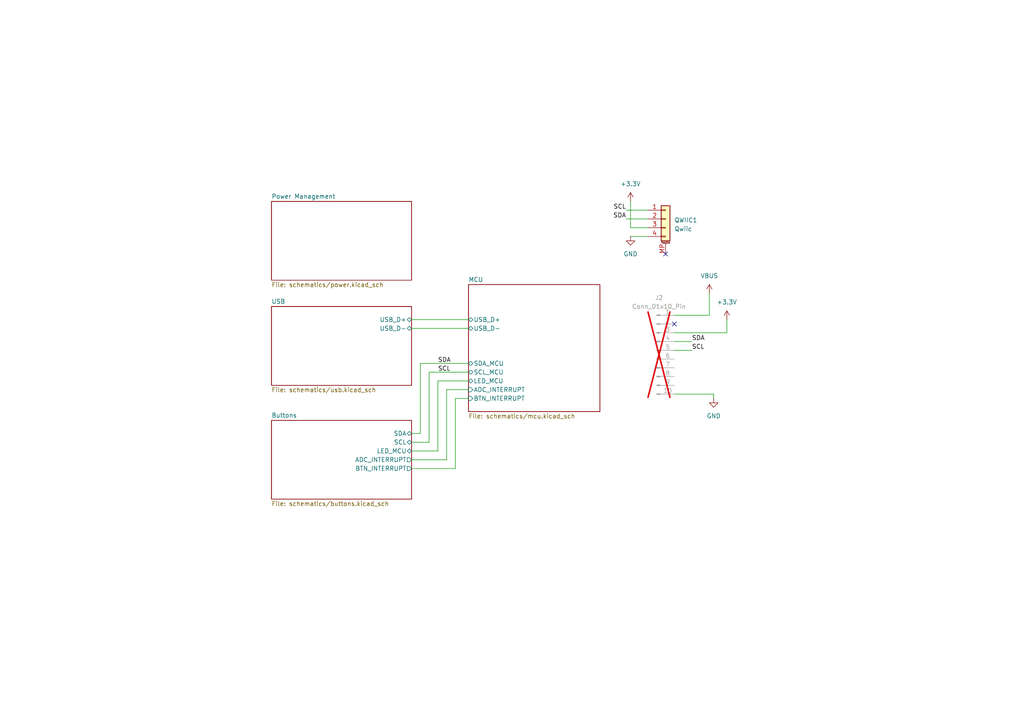
<source format=kicad_sch>
(kicad_sch (version 20250114) (generator "eeschema") (generator_version "9.0")
  (paper "A4")
  (lib_symbols
    (symbol "Connector:Conn_01x10_Pin" (pin_names (offset 1.016) (hide yes))
      (property "Reference" "J" (at 0 12.7 0))
      (property "Value" "Conn_01x10_Pin" (at 0 -15.24 0))
      (symbol "Conn_01x10_Pin_1_1"
        (rectangle (start 0.8636 10.287) (end 0 10.033) (stroke (width 0.1524)) (fill (type outline)))
        (rectangle (start 0.8636 7.747) (end 0 7.493) (stroke (width 0.1524)) (fill (type outline)))
        (rectangle (start 0.8636 5.207) (end 0 4.953) (stroke (width 0.1524)) (fill (type outline)))
        (rectangle (start 0.8636 2.667) (end 0 2.413) (stroke (width 0.1524)) (fill (type outline)))
        (rectangle (start 0.8636 0.127) (end 0 -0.127) (stroke (width 0.1524)) (fill (type outline)))
        (rectangle (start 0.8636 -2.413) (end 0 -2.667) (stroke (width 0.1524)) (fill (type outline)))
        (rectangle (start 0.8636 -4.953) (end 0 -5.207) (stroke (width 0.1524)) (fill (type outline)))
        (rectangle (start 0.8636 -7.493) (end 0 -7.747) (stroke (width 0.1524)) (fill (type outline)))
        (rectangle (start 0.8636 -10.033) (end 0 -10.287) (stroke (width 0.1524)) (fill (type outline)))
        (rectangle (start 0.8636 -12.573) (end 0 -12.827) (stroke (width 0.1524)) (fill (type outline)))
        (polyline (pts (xy 1.27 10.16) (xy 0.8636 10.16)) (stroke (width 0.1524)))
        (polyline (pts (xy 1.27 7.62) (xy 0.8636 7.62)) (stroke (width 0.1524)))
        (polyline (pts (xy 1.27 5.08) (xy 0.8636 5.08)) (stroke (width 0.1524)))
        (polyline (pts (xy 1.27 2.54) (xy 0.8636 2.54)) (stroke (width 0.1524)))
        (polyline (pts (xy 1.27 0) (xy 0.8636 0)) (stroke (width 0.1524)))
        (polyline (pts (xy 1.27 -2.54) (xy 0.8636 -2.54)) (stroke (width 0.1524)))
        (polyline (pts (xy 1.27 -5.08) (xy 0.8636 -5.08)) (stroke (width 0.1524)))
        (polyline (pts (xy 1.27 -7.62) (xy 0.8636 -7.62)) (stroke (width 0.1524)))
        (polyline (pts (xy 1.27 -10.16) (xy 0.8636 -10.16)) (stroke (width 0.1524)))
        (polyline (pts (xy 1.27 -12.7) (xy 0.8636 -12.7)) (stroke (width 0.1524)))
        (pin passive line (at 5.08 10.16 180) (length 3.81) (name "Pin_1") (number "1"))
        (pin passive line (at 5.08 7.62 180) (length 3.81) (name "Pin_2") (number "2"))
        (pin passive line (at 5.08 5.08 180) (length 3.81) (name "Pin_3") (number "3"))
        (pin passive line (at 5.08 2.54 180) (length 3.81) (name "Pin_4") (number "4"))
        (pin passive line (at 5.08 0 180) (length 3.81) (name "Pin_5") (number "5"))
        (pin passive line (at 5.08 -2.54 180) (length 3.81) (name "Pin_6") (number "6"))
        (pin passive line (at 5.08 -5.08 180) (length 3.81) (name "Pin_7") (number "7"))
        (pin passive line (at 5.08 -7.62 180) (length 3.81) (name "Pin_8") (number "8"))
        (pin passive line (at 5.08 -10.16 180) (length 3.81) (name "Pin_9") (number "9"))
        (pin passive line (at 5.08 -12.7 180) (length 3.81) (name "Pin_10") (number "10"))
      )
    )
    (symbol "Connector_Generic_MountingPin:Conn_01x04_MountingPin" (pin_names (offset 1.016) (hide yes))
      (property "Reference" "J" (at 0 5.08 0))
      (property "Value" "Conn_01x04_MountingPin" (at 1.27 -7.62 0))
      (symbol "Conn_01x04_MountingPin_1_1"
        (rectangle (start -1.27 3.81) (end 1.27 -6.35) (stroke (width 0.254)) (fill (type background)))
        (rectangle (start -1.27 2.667) (end 0 2.413) (stroke (width 0.1524)))
        (rectangle (start -1.27 0.127) (end 0 -0.127) (stroke (width 0.1524)))
        (rectangle (start -1.27 -2.413) (end 0 -2.667) (stroke (width 0.1524)))
        (rectangle (start -1.27 -4.953) (end 0 -5.207) (stroke (width 0.1524)))
        (polyline (pts (xy -1.016 -7.112) (xy 1.016 -7.112)) (stroke (width 0.1524)))
        (text "Mounting" (at 0 -6.731 0) (effects (font (size 0.381 0.381))))
        (pin passive line (at -5.08 2.54 0) (length 3.81) (name "Pin_1") (number "1"))
        (pin passive line (at -5.08 0 0) (length 3.81) (name "Pin_2") (number "2"))
        (pin passive line (at -5.08 -2.54 0) (length 3.81) (name "Pin_3") (number "3"))
        (pin passive line (at -5.08 -5.08 0) (length 3.81) (name "Pin_4") (number "4"))
        (pin passive line (at 0 -10.16 90) (length 3.048) (name "MountPin") (number "MP"))
      )
    )
    (symbol "power:+3.3V" (power) (pin_numbers (hide yes)) (pin_names (offset 0) (hide yes))
      (property "Value" "+3.3V" (at 0 3.556 0))
      (symbol "+3.3V_0_1"
        (polyline (pts (xy -0.762 1.27) (xy 0 2.54)))
        (polyline (pts (xy 0 2.54) (xy 0.762 1.27)))
        (polyline (pts (xy 0 0) (xy 0 2.54)))
      )
      (symbol "+3.3V_1_1"
        (pin power_in line (at 0 0 90) (length 0) (name "~") (number "1"))
      )
    )
    (symbol "power:GND" (power) (pin_numbers (hide yes)) (pin_names (offset 0) (hide yes))
      (property "Value" "GND" (at 0 -3.81 0))
      (symbol "GND_0_1"
        (polyline (pts (xy 0 0) (xy 0 -1.27) (xy 1.27 -1.27) (xy 0 -2.54) (xy -1.27 -1.27) (xy 0 -1.27)))
      )
      (symbol "GND_1_1"
        (pin power_in line (at 0 0 270) (length 0) (name "~") (number "1"))
      )
    )
    (symbol "power:VBUS" (power) (pin_numbers (hide yes)) (pin_names (offset 0) (hide yes))
      (property "Value" "VBUS" (at 0 3.556 0))
      (symbol "VBUS_0_1"
        (polyline (pts (xy -0.762 1.27) (xy 0 2.54)))
        (polyline (pts (xy 0 2.54) (xy 0.762 1.27)))
        (polyline (pts (xy 0 0) (xy 0 2.54)))
      )
      (symbol "VBUS_1_1"
        (pin power_in line (at 0 0 90) (length 0) (name "~") (number "1"))
      )
    )
  )
  (no_connect (at 193.04 73.66))
  (no_connect (at 195.58 93.98))
  (wire (pts (xy 210.82 96.52) (xy 210.82 92.71)))
  (wire (pts (xy 129.54 133.35) (xy 129.54 113.03)))
  (wire (pts (xy 207.01 114.3) (xy 207.01 115.57)))
  (wire (pts (xy 119.38 125.73) (xy 121.92 125.73)))
  (wire (pts (xy 127 110.49) (xy 127 130.81)))
  (wire (pts (xy 121.92 105.41) (xy 135.89 105.41)))
  (wire (pts (xy 135.89 115.57) (xy 132.08 115.57)))
  (wire (pts (xy 124.46 107.95) (xy 135.89 107.95)))
  (wire (pts (xy 182.88 68.58) (xy 187.96 68.58)))
  (wire (pts (xy 119.38 135.89) (xy 132.08 135.89)))
  (wire (pts (xy 181.61 63.5) (xy 187.96 63.5)))
  (wire (pts (xy 195.58 91.44) (xy 205.74 91.44)))
  (wire (pts (xy 182.88 58.42) (xy 182.88 66.04)))
  (wire (pts (xy 195.58 99.06) (xy 200.66 99.06)))
  (wire (pts (xy 119.38 92.71) (xy 135.89 92.71)))
  (wire (pts (xy 127 130.81) (xy 119.38 130.81)))
  (wire (pts (xy 135.89 110.49) (xy 127 110.49)))
  (wire (pts (xy 121.92 105.41) (xy 121.92 125.73)))
  (wire (pts (xy 205.74 91.44) (xy 205.74 85.09)))
  (wire (pts (xy 119.38 128.27) (xy 124.46 128.27)))
  (wire (pts (xy 182.88 66.04) (xy 187.96 66.04)))
  (wire (pts (xy 119.38 133.35) (xy 129.54 133.35)))
  (wire (pts (xy 119.38 95.25) (xy 135.89 95.25)))
  (wire (pts (xy 195.58 114.3) (xy 207.01 114.3)))
  (wire (pts (xy 195.58 101.6) (xy 200.66 101.6)))
  (wire (pts (xy 181.61 60.96) (xy 187.96 60.96)))
  (wire (pts (xy 124.46 128.27) (xy 124.46 107.95)))
  (wire (pts (xy 195.58 96.52) (xy 210.82 96.52)))
  (wire (pts (xy 132.08 115.57) (xy 132.08 135.89)))
  (wire (pts (xy 129.54 113.03) (xy 135.89 113.03)))
  (label "SCL" (at 181.61 60.96 180))
  (label "SCL" (at 200.66 101.6 0))
  (label "SDA" (at 200.66 99.06 0))
  (label "SDA" (at 181.61 63.5 180))
  (label "SCL" (at 127 107.95 0))
  (label "SDA" (at 127 105.41 0))
  (symbol (lib_id "Connector:Conn_01x10_Pin") (at 190.5 101.6 0) (unit 1) (dnp yes)
    (property "Reference" "J2" (at 191.135 86.36 0))
    (property "Value" "Conn_01x10_Pin" (at 191.135 88.9 0))
    (property "Footprint" "Connector_PinHeader_2.54mm:PinHeader_1x10_P2.54mm_Vertical" (effects (hide yes)))
    (property "Description" "Generic connector, single row, 01x10, script generated" (effects (hide yes)))
  )
  (symbol (lib_id "Connector_Generic_MountingPin:Conn_01x04_MountingPin") (at 193.04 63.5 0) (unit 1)
    (property "Reference" "QWIIC1" (at 195.58 63.8555 0) (effects (justify left)))
    (property "Value" "Qwiic" (at 195.58 66.3955 0) (effects (justify left)))
    (property "Footprint" "Connector_JST:JST_SH_SM04B-SRSS-TB_1x04-1MP_P1.00mm_Horizontal" (effects (hide yes)))
    (property "Description" "Generic connectable mounting pin connector, single row, 01x04, script generated (kicad-library-utils/schlib/autogen/connector/)" (effects (hide yes)))
    (property "LCSC" "C160404" (effects (hide yes)))
  )
  (symbol (lib_id "power:+3.3V") (at 210.82 92.71 0) (unit 1)
    (property "Reference" "#PWR031" (effects (hide yes)))
    (property "Value" "+3.3V" (at 210.82 87.63 0))
    (property "Description" "Power symbol creates a global label with name \"+3.3V\"" (effects (hide yes)))
  )
  (symbol (lib_id "power:GND") (at 207.01 115.57 0) (unit 1)
    (property "Reference" "#PWR034" (effects (hide yes)))
    (property "Value" "GND" (at 207.01 120.65 0))
    (property "Description" "Power symbol creates a global label with name \"GND\" , ground" (effects (hide yes)))
  )
  (symbol (lib_id "power:+3.3V") (at 182.88 58.42 0) (unit 1)
    (property "Reference" "#PWR015" (effects (hide yes)))
    (property "Value" "+3.3V" (at 182.88 53.34 0))
    (property "Description" "Power symbol creates a global label with name \"+3.3V\"" (effects (hide yes)))
  )
  (symbol (lib_id "power:VBUS") (at 205.74 85.09 0) (unit 1)
    (property "Reference" "#PWR033" (effects (hide yes)))
    (property "Value" "VBUS" (at 205.74 80.01 0))
    (property "Description" "Power symbol creates a global label with name \"VBUS\"" (effects (hide yes)))
  )
  (symbol (lib_id "power:GND") (at 182.88 68.58 0) (unit 1)
    (property "Reference" "#PWR016" (effects (hide yes)))
    (property "Value" "GND" (at 182.88 73.66 0))
    (property "Description" "Power symbol creates a global label with name \"GND\" , ground" (effects (hide yes)))
  )
  (sheet (at 135.89 82.55) (size 38.1 36.83) (stroke (width 0.1524))
    (property "Sheetname" "MCU" (at 135.89 81.8384 0) (effects (justify left bottom)))
    (property "Sheetfile" "schematics/mcu.kicad_sch" (at 135.89 119.9646 0) (effects (justify left top)))
    (pin "USB_D+" bidirectional (at 135.89 92.71 180))
    (pin "USB_D-" bidirectional (at 135.89 95.25 180))
    (pin "SCL_MCU" bidirectional (at 135.89 107.95 180))
    (pin "SDA_MCU" bidirectional (at 135.89 105.41 180))
    (pin "LED_MCU" bidirectional (at 135.89 110.49 180))
    (pin "ADC_INTERRUPT" input (at 135.89 113.03 180))
    (pin "BTN_INTERRUPT" input (at 135.89 115.57 180))
  )
  (sheet (at 78.74 121.92) (size 40.64 22.86) (stroke (width 0.1524))
    (property "Sheetname" "Buttons" (at 78.74 121.2084 0) (effects (justify left bottom)))
    (property "Sheetfile" "schematics/buttons.kicad_sch" (at 78.74 145.3646 0) (effects (justify left top)))
    (pin "LED_MCU" bidirectional (at 119.38 130.81 0))
    (pin "SCL" bidirectional (at 119.38 128.27 0))
    (pin "SDA" bidirectional (at 119.38 125.73 0))
    (pin "ADC_INTERRUPT" output (at 119.38 133.35 0))
    (pin "BTN_INTERRUPT" output (at 119.38 135.89 0))
  )
  (sheet (at 78.74 58.42) (size 40.64 22.86) (stroke (width 0.1524))
    (property "Sheetname" "Power Management" (at 78.74 57.7084 0) (effects (justify left bottom)))
    (property "Sheetfile" "schematics/power.kicad_sch" (at 78.74 81.8646 0) (effects (justify left top)))
  )
  (sheet (at 78.74 88.9) (size 40.64 22.86) (stroke (width 0.1524))
    (property "Sheetname" "USB" (at 78.74 88.1884 0) (effects (justify left bottom)))
    (property "Sheetfile" "schematics/usb.kicad_sch" (at 78.74 112.3446 0) (effects (justify left top)))
    (pin "USB_D+" bidirectional (at 119.38 92.71 0))
    (pin "USB_D-" bidirectional (at 119.38 95.25 0))
  )
)
</source>
